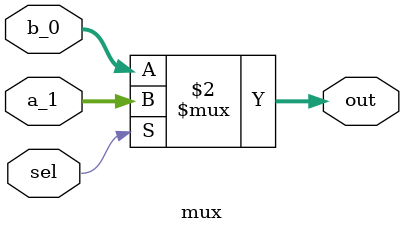
<source format=v>
module mux (
    input  wire [31:0] a_1,b_0,
    input wire sel,
    output wire [31:0] out
);
assign out = (sel == 1) ? a_1:b_0;
endmodule
</source>
